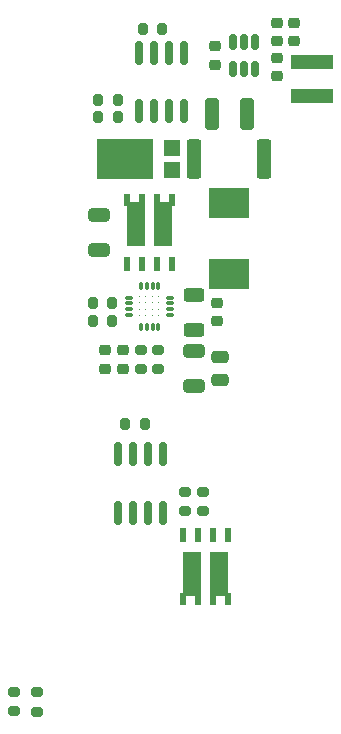
<source format=gbr>
%TF.GenerationSoftware,KiCad,Pcbnew,8.0.0*%
%TF.CreationDate,2024-05-28T22:42:53-04:00*%
%TF.ProjectId,MPPT Charge Controller,4d505054-2043-4686-9172-676520436f6e,0.2*%
%TF.SameCoordinates,Original*%
%TF.FileFunction,Paste,Top*%
%TF.FilePolarity,Positive*%
%FSLAX46Y46*%
G04 Gerber Fmt 4.6, Leading zero omitted, Abs format (unit mm)*
G04 Created by KiCad (PCBNEW 8.0.0) date 2024-05-28 22:42:53*
%MOMM*%
%LPD*%
G01*
G04 APERTURE LIST*
G04 Aperture macros list*
%AMRoundRect*
0 Rectangle with rounded corners*
0 $1 Rounding radius*
0 $2 $3 $4 $5 $6 $7 $8 $9 X,Y pos of 4 corners*
0 Add a 4 corners polygon primitive as box body*
4,1,4,$2,$3,$4,$5,$6,$7,$8,$9,$2,$3,0*
0 Add four circle primitives for the rounded corners*
1,1,$1+$1,$2,$3*
1,1,$1+$1,$4,$5*
1,1,$1+$1,$6,$7*
1,1,$1+$1,$8,$9*
0 Add four rect primitives between the rounded corners*
20,1,$1+$1,$2,$3,$4,$5,0*
20,1,$1+$1,$4,$5,$6,$7,0*
20,1,$1+$1,$6,$7,$8,$9,0*
20,1,$1+$1,$8,$9,$2,$3,0*%
G04 Aperture macros list end*
%ADD10RoundRect,0.225000X-0.250000X0.225000X-0.250000X-0.225000X0.250000X-0.225000X0.250000X0.225000X0*%
%ADD11RoundRect,0.250000X-0.362500X-1.425000X0.362500X-1.425000X0.362500X1.425000X-0.362500X1.425000X0*%
%ADD12RoundRect,0.150000X0.150000X-0.825000X0.150000X0.825000X-0.150000X0.825000X-0.150000X-0.825000X0*%
%ADD13RoundRect,0.200000X-0.275000X0.200000X-0.275000X-0.200000X0.275000X-0.200000X0.275000X0.200000X0*%
%ADD14RoundRect,0.225000X0.250000X-0.225000X0.250000X0.225000X-0.250000X0.225000X-0.250000X-0.225000X0*%
%ADD15R,3.600000X1.150000*%
%ADD16RoundRect,0.250000X0.650000X-0.325000X0.650000X0.325000X-0.650000X0.325000X-0.650000X-0.325000X0*%
%ADD17RoundRect,0.200000X-0.200000X-0.275000X0.200000X-0.275000X0.200000X0.275000X-0.200000X0.275000X0*%
%ADD18RoundRect,0.200000X0.200000X0.275000X-0.200000X0.275000X-0.200000X-0.275000X0.200000X-0.275000X0*%
%ADD19RoundRect,0.250000X0.325000X1.100000X-0.325000X1.100000X-0.325000X-1.100000X0.325000X-1.100000X0*%
%ADD20R,0.610000X1.270000*%
%ADD21R,1.650000X3.810000*%
%ADD22R,0.610000X1.020000*%
%ADD23RoundRect,0.250000X0.625000X-0.312500X0.625000X0.312500X-0.625000X0.312500X-0.625000X-0.312500X0*%
%ADD24RoundRect,0.150000X-0.150000X0.512500X-0.150000X-0.512500X0.150000X-0.512500X0.150000X0.512500X0*%
%ADD25R,3.500000X2.500000*%
%ADD26RoundRect,0.200000X0.275000X-0.200000X0.275000X0.200000X-0.275000X0.200000X-0.275000X-0.200000X0*%
%ADD27RoundRect,0.250000X0.475000X-0.250000X0.475000X0.250000X-0.475000X0.250000X-0.475000X-0.250000X0*%
%ADD28R,4.860000X3.360000*%
%ADD29R,1.400000X1.390000*%
%ADD30R,0.000001X0.000001*%
%ADD31O,0.800000X0.280000*%
%ADD32O,0.280000X0.800000*%
G04 APERTURE END LIST*
D10*
%TO.C,C10*%
X105500000Y-102725000D03*
X105500000Y-104275000D03*
%TD*%
D11*
%TO.C,R5*%
X111537500Y-86500000D03*
X117462500Y-86500000D03*
%TD*%
D12*
%TO.C,U3*%
X106845000Y-82475000D03*
X108115000Y-82475000D03*
X109385000Y-82475000D03*
X110655000Y-82475000D03*
X110655000Y-77525000D03*
X109385000Y-77525000D03*
X108115000Y-77525000D03*
X106845000Y-77525000D03*
%TD*%
D13*
%TO.C,R7*%
X98250000Y-131675000D03*
X98250000Y-133325000D03*
%TD*%
%TO.C,R8*%
X96250000Y-131637500D03*
X96250000Y-133287500D03*
%TD*%
D14*
%TO.C,C11*%
X113250000Y-78525000D03*
X113250000Y-76975000D03*
%TD*%
D15*
%TO.C,L2*%
X121500000Y-81225000D03*
X121500000Y-78275000D03*
%TD*%
D16*
%TO.C,C8*%
X111500000Y-105725000D03*
X111500000Y-102775000D03*
%TD*%
D17*
%TO.C,R3*%
X104575000Y-98750000D03*
X102925000Y-98750000D03*
%TD*%
D12*
%TO.C,U4*%
X105095000Y-116475000D03*
X106365000Y-116475000D03*
X107635000Y-116475000D03*
X108905000Y-116475000D03*
X108905000Y-111525000D03*
X107635000Y-111525000D03*
X106365000Y-111525000D03*
X105095000Y-111525000D03*
%TD*%
D10*
%TO.C,C3*%
X104000000Y-102725000D03*
X104000000Y-104275000D03*
%TD*%
D18*
%TO.C,R12*%
X105075000Y-83000000D03*
X103425000Y-83000000D03*
%TD*%
D19*
%TO.C,C1*%
X115975000Y-82750000D03*
X113025000Y-82750000D03*
%TD*%
D20*
%TO.C,Q1*%
X105845000Y-95420000D03*
X107115000Y-95420000D03*
X108385000Y-95420000D03*
X109655000Y-95420000D03*
D21*
X108880000Y-92060000D03*
D22*
X109655000Y-89955000D03*
X108385000Y-89955000D03*
X107115000Y-89955000D03*
D21*
X106620000Y-92060000D03*
D22*
X105845000Y-89955000D03*
%TD*%
D13*
%TO.C,R1*%
X108500000Y-102675000D03*
X108500000Y-104325000D03*
%TD*%
D18*
%TO.C,R14*%
X108825000Y-75500000D03*
X107175000Y-75500000D03*
%TD*%
D23*
%TO.C,RSR1*%
X111500000Y-100962500D03*
X111500000Y-98037500D03*
%TD*%
D24*
%TO.C,U2*%
X116700000Y-76612500D03*
X115750000Y-76612500D03*
X114800000Y-76612500D03*
X114800000Y-78887500D03*
X115750000Y-78887500D03*
X116700000Y-78887500D03*
%TD*%
D18*
%TO.C,R4*%
X104575000Y-100250000D03*
X102925000Y-100250000D03*
%TD*%
D14*
%TO.C,C14*%
X118500000Y-76525000D03*
X118500000Y-74975000D03*
%TD*%
D25*
%TO.C,L1*%
X114500000Y-96250000D03*
X114500000Y-90250000D03*
%TD*%
D26*
%TO.C,R2*%
X107000000Y-104325000D03*
X107000000Y-102675000D03*
%TD*%
D17*
%TO.C,R13*%
X103425000Y-81500000D03*
X105075000Y-81500000D03*
%TD*%
D14*
%TO.C,C12*%
X118500000Y-79525000D03*
X118500000Y-77975000D03*
%TD*%
D27*
%TO.C,C9*%
X113750000Y-105200000D03*
X113750000Y-103300000D03*
%TD*%
D26*
%TO.C,R15*%
X110750000Y-116325000D03*
X110750000Y-114675000D03*
%TD*%
D13*
%TO.C,R16*%
X112250000Y-114675000D03*
X112250000Y-116325000D03*
%TD*%
D20*
%TO.C,Q2*%
X114405000Y-118330000D03*
X113135000Y-118330000D03*
X111865000Y-118330000D03*
X110595000Y-118330000D03*
D21*
X111370000Y-121690000D03*
D22*
X110595000Y-123795000D03*
X111865000Y-123795000D03*
X113135000Y-123795000D03*
D21*
X113630000Y-121690000D03*
D22*
X114405000Y-123795000D03*
%TD*%
D10*
%TO.C,C7*%
X113500000Y-98725000D03*
X113500000Y-100275000D03*
%TD*%
D16*
%TO.C,C6*%
X103500000Y-94225000D03*
X103500000Y-91275000D03*
%TD*%
D18*
%TO.C,R11*%
X107325000Y-109000000D03*
X105675000Y-109000000D03*
%TD*%
D14*
%TO.C,C13*%
X120000000Y-76525000D03*
X120000000Y-74975000D03*
%TD*%
D28*
%TO.C,D1*%
X105630000Y-86500000D03*
D29*
X109612000Y-85580000D03*
X109612000Y-87420000D03*
%TD*%
D30*
%TO.C,U1*%
X106947500Y-98197500D03*
X106947500Y-98732500D03*
X106947500Y-99267500D03*
X106947500Y-99802500D03*
X107482500Y-98197500D03*
X107482500Y-98732500D03*
X107482500Y-99267500D03*
X107482500Y-99802500D03*
X108017500Y-98197500D03*
X108017500Y-98732500D03*
X108017500Y-99267500D03*
X108017500Y-99802500D03*
X108552500Y-98197500D03*
X108552500Y-98732500D03*
X108552500Y-99267500D03*
X108552500Y-99802500D03*
D31*
X106000000Y-98250000D03*
X106000000Y-98750000D03*
X106000000Y-99250000D03*
X106000000Y-99750000D03*
D32*
X107000000Y-100750000D03*
X107500000Y-100750000D03*
X108000000Y-100750000D03*
X108500000Y-100750000D03*
D31*
X109500000Y-99750000D03*
X109500000Y-99250000D03*
X109500000Y-98750000D03*
X109500000Y-98250000D03*
D32*
X108500000Y-97250000D03*
X108000000Y-97250000D03*
X107500000Y-97250000D03*
X107000000Y-97250000D03*
%TD*%
M02*

</source>
